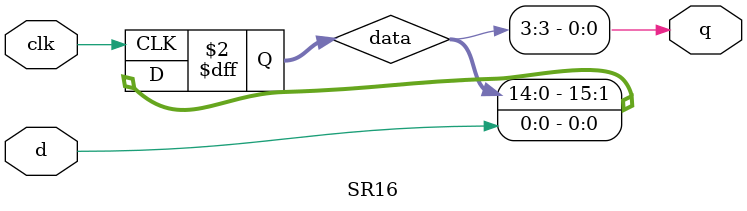
<source format=v>
module SR16(d, q, clk);
input d, clk;
output q;

reg [15:0] data;
//assign q = data[15];
assign q = data[3];
always @(posedge clk) data[15:0] <= {data[14:0], d};

endmodule
</source>
